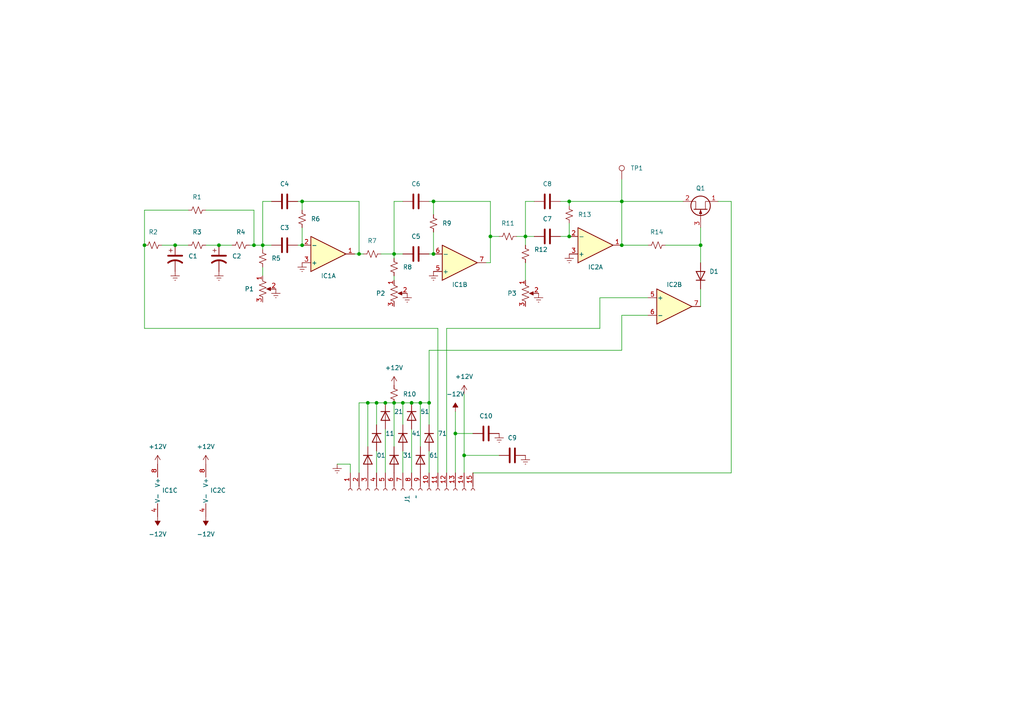
<source format=kicad_sch>
(kicad_sch (version 20230121) (generator eeschema)
  (paper "A4")
  (lib_symbols
    (symbol "Amplifier_Operational:LM358" (pin_names (offset 0.127))
      (property "Reference" "U" (at 0 5.08 0))
      (property "Value" "LM358" (at 0 -5.08 0))
      (symbol "LM358_1_1"
        (polyline (pts (xy -5.08 5.08) (xy 5.08 0) (xy -5.08 -5.08) (xy -5.08 5.08)) (stroke (width 0.254)) (fill (type background)))
        (pin output line (at 7.62 0 180) (length 2.54) (name "~") (number "1"))
        (pin input line (at -7.62 -2.54 0) (length 2.54) (name "-") (number "2"))
        (pin input line (at -7.62 2.54 0) (length 2.54) (name "+") (number "3"))
      )
      (symbol "LM358_2_1"
        (polyline (pts (xy -5.08 5.08) (xy 5.08 0) (xy -5.08 -5.08) (xy -5.08 5.08)) (stroke (width 0.254)) (fill (type background)))
        (pin input line (at -7.62 2.54 0) (length 2.54) (name "+") (number "5"))
        (pin input line (at -7.62 -2.54 0) (length 2.54) (name "-") (number "6"))
        (pin output line (at 7.62 0 180) (length 2.54) (name "~") (number "7"))
      )
      (symbol "LM358_3_1"
        (pin power_in line (at -2.54 -7.62 90) (length 3.81) (name "V-") (number "4"))
        (pin power_in line (at -2.54 7.62 270) (length 3.81) (name "V+") (number "8"))
      )
    )
    (symbol "BF545A_1" (pin_names hide)
      (property "Reference" "Q1" (at 6.35 0 90))
      (symbol "BF545A_1_0_1"
        (polyline (pts (xy 0.254 0) (xy -2.54 0)))
        (polyline (pts (xy 0.254 1.905) (xy 0.254 -1.905)) (stroke (width 0.254)))
        (polyline (pts (xy 2.54 -2.54) (xy 2.54 -1.397) (xy 0.254 -1.397)))
        (polyline (pts (xy 2.54 2.54) (xy 2.54 1.397) (xy 0.254 1.397)))
        (polyline (pts (xy 0 0) (xy -1.016 0.381) (xy -1.016 -0.381) (xy 0 0)) (fill (type outline)))
        (circle (center 1.27 0) (radius 2.8194) (stroke (width 0.254)))
      )
      (symbol "BF545A_1_1_1"
        (pin passive line (at 2.54 -5.08 90) (length 2.54) (name "S") (number "1"))
        (pin passive line (at 2.54 5.08 270) (length 2.54) (name "D") (number "2"))
        (pin input line (at -5.08 0 0) (length 2.54) (name "G") (number "3"))
      )
    )
    (symbol "Connector:Conn_01x15_Socket" (pin_names (offset 1.016) hide)
      (property "Reference" "J" (at 0 20.32 0))
      (property "Value" "Conn_01x15_Socket" (at 0 -20.32 0))
      (symbol "Conn_01x15_Socket_1_1"
        (arc (start 0 -17.272) (mid -0.5058 -17.78) (end 0 -18.288) (stroke (width 0.1524)))
        (arc (start 0 -14.732) (mid -0.5058 -15.24) (end 0 -15.748) (stroke (width 0.1524)))
        (arc (start 0 -12.192) (mid -0.5058 -12.7) (end 0 -13.208) (stroke (width 0.1524)))
        (arc (start 0 -9.652) (mid -0.5058 -10.16) (end 0 -10.668) (stroke (width 0.1524)))
        (arc (start 0 -7.112) (mid -0.5058 -7.62) (end 0 -8.128) (stroke (width 0.1524)))
        (arc (start 0 -4.572) (mid -0.5058 -5.08) (end 0 -5.588) (stroke (width 0.1524)))
        (arc (start 0 -2.032) (mid -0.5058 -2.54) (end 0 -3.048) (stroke (width 0.1524)))
        (polyline (pts (xy -1.27 -17.78) (xy -0.508 -17.78)) (stroke (width 0.1524)))
        (polyline (pts (xy -1.27 -15.24) (xy -0.508 -15.24)) (stroke (width 0.1524)))
        (polyline (pts (xy -1.27 -12.7) (xy -0.508 -12.7)) (stroke (width 0.1524)))
        (polyline (pts (xy -1.27 -10.16) (xy -0.508 -10.16)) (stroke (width 0.1524)))
        (polyline (pts (xy -1.27 -7.62) (xy -0.508 -7.62)) (stroke (width 0.1524)))
        (polyline (pts (xy -1.27 -5.08) (xy -0.508 -5.08)) (stroke (width 0.1524)))
        (polyline (pts (xy -1.27 -2.54) (xy -0.508 -2.54)) (stroke (width 0.1524)))
        (polyline (pts (xy -1.27 0) (xy -0.508 0)) (stroke (width 0.1524)))
        (polyline (pts (xy -1.27 2.54) (xy -0.508 2.54)) (stroke (width 0.1524)))
        (polyline (pts (xy -1.27 5.08) (xy -0.508 5.08)) (stroke (width 0.1524)))
        (polyline (pts (xy -1.27 7.62) (xy -0.508 7.62)) (stroke (width 0.1524)))
        (polyline (pts (xy -1.27 10.16) (xy -0.508 10.16)) (stroke (width 0.1524)))
        (polyline (pts (xy -1.27 12.7) (xy -0.508 12.7)) (stroke (width 0.1524)))
        (polyline (pts (xy -1.27 15.24) (xy -0.508 15.24)) (stroke (width 0.1524)))
        (polyline (pts (xy -1.27 17.78) (xy -0.508 17.78)) (stroke (width 0.1524)))
        (arc (start 0 0.508) (mid -0.5058 0) (end 0 -0.508) (stroke (width 0.1524)))
        (arc (start 0 3.048) (mid -0.5058 2.54) (end 0 2.032) (stroke (width 0.1524)))
        (arc (start 0 5.588) (mid -0.5058 5.08) (end 0 4.572) (stroke (width 0.1524)))
        (arc (start 0 8.128) (mid -0.5058 7.62) (end 0 7.112) (stroke (width 0.1524)))
        (arc (start 0 10.668) (mid -0.5058 10.16) (end 0 9.652) (stroke (width 0.1524)))
        (arc (start 0 13.208) (mid -0.5058 12.7) (end 0 12.192) (stroke (width 0.1524)))
        (arc (start 0 15.748) (mid -0.5058 15.24) (end 0 14.732) (stroke (width 0.1524)))
        (arc (start 0 18.288) (mid -0.5058 17.78) (end 0 17.272) (stroke (width 0.1524)))
        (pin passive line (at -5.08 17.78 0) (length 3.81) (name "Pin_1") (number "1"))
        (pin passive line (at -5.08 -5.08 0) (length 3.81) (name "Pin_10") (number "10"))
        (pin passive line (at -5.08 -7.62 0) (length 3.81) (name "Pin_11") (number "11"))
        (pin passive line (at -5.08 -10.16 0) (length 3.81) (name "Pin_12") (number "12"))
        (pin passive line (at -5.08 -12.7 0) (length 3.81) (name "Pin_13") (number "13"))
        (pin passive line (at -5.08 -15.24 0) (length 3.81) (name "Pin_14") (number "14"))
        (pin passive line (at -5.08 -17.78 0) (length 3.81) (name "Pin_15") (number "15"))
        (pin passive line (at -5.08 15.24 0) (length 3.81) (name "Pin_2") (number "2"))
        (pin passive line (at -5.08 12.7 0) (length 3.81) (name "Pin_3") (number "3"))
        (pin passive line (at -5.08 10.16 0) (length 3.81) (name "Pin_4") (number "4"))
        (pin passive line (at -5.08 7.62 0) (length 3.81) (name "Pin_5") (number "5"))
        (pin passive line (at -5.08 5.08 0) (length 3.81) (name "Pin_6") (number "6"))
        (pin passive line (at -5.08 2.54 0) (length 3.81) (name "Pin_7") (number "7"))
        (pin passive line (at -5.08 0 0) (length 3.81) (name "Pin_8") (number "8"))
        (pin passive line (at -5.08 -2.54 0) (length 3.81) (name "Pin_9") (number "9"))
      )
    )
    (symbol "Connector:TestPoint" (pin_numbers hide) (pin_names (offset 0.762) hide)
      (property "Reference" "TP" (at 0 6.858 0))
      (property "Value" "TestPoint" (at 0 5.08 0))
      (symbol "TestPoint_0_1"
        (circle (center 0 3.302) (radius 0.762))
      )
      (symbol "TestPoint_1_1"
        (pin passive line (at 0 0 90) (length 2.54) (name "1") (number "1"))
      )
    )
    (symbol "Device:C" (pin_numbers hide) (pin_names (offset 0.254))
      (property "Reference" "C" (at 0.635 2.54 0))
      (property "Value" "C" (at 0.635 -2.54 0))
      (symbol "C_0_1"
        (polyline (pts (xy -2.032 -0.762) (xy 2.032 -0.762)) (stroke (width 0.508)))
        (polyline (pts (xy -2.032 0.762) (xy 2.032 0.762)) (stroke (width 0.508)))
      )
      (symbol "C_1_1"
        (pin passive line (at 0 3.81 270) (length 2.794) (name "~") (number "1"))
        (pin passive line (at 0 -3.81 90) (length 2.794) (name "~") (number "2"))
      )
    )
    (symbol "Device:C_Polarized_US" (pin_numbers hide) (pin_names (offset 0.254) hide)
      (property "Reference" "C" (at 0.635 2.54 0))
      (property "Value" "C_Polarized_US" (at 0.635 -2.54 0))
      (symbol "C_Polarized_US_0_1"
        (polyline (pts (xy -2.032 0.762) (xy 2.032 0.762)) (stroke (width 0.508)))
        (polyline (pts (xy -1.778 2.286) (xy -0.762 2.286)))
        (polyline (pts (xy -1.27 1.778) (xy -1.27 2.794)))
        (arc (start 2.032 -1.27) (mid 0 -0.5572) (end -2.032 -1.27) (stroke (width 0.508)))
      )
      (symbol "C_Polarized_US_1_1"
        (pin passive line (at 0 3.81 270) (length 2.794) (name "~") (number "1"))
        (pin passive line (at 0 -3.81 90) (length 3.302) (name "~") (number "2"))
      )
    )
    (symbol "Device:R_Potentiometer_US" (pin_names (offset 1.016) hide)
      (property "Reference" "RV" (at -4.445 0 90))
      (property "Value" "R_Potentiometer_US" (at -2.54 0 90))
      (symbol "R_Potentiometer_US_0_1"
        (polyline (pts (xy 0 -2.286) (xy 0 -2.54)))
        (polyline (pts (xy 0 2.54) (xy 0 2.286)))
        (polyline (pts (xy 2.54 0) (xy 1.524 0)))
        (polyline (pts (xy 1.143 0) (xy 2.286 0.508) (xy 2.286 -0.508) (xy 1.143 0)) (fill (type outline)))
        (polyline (pts (xy 0 -0.762) (xy 1.016 -1.143) (xy 0 -1.524) (xy -1.016 -1.905) (xy 0 -2.286)))
        (polyline (pts (xy 0 0.762) (xy 1.016 0.381) (xy 0 0) (xy -1.016 -0.381) (xy 0 -0.762)))
        (polyline (pts (xy 0 2.286) (xy 1.016 1.905) (xy 0 1.524) (xy -1.016 1.143) (xy 0 0.762)))
      )
      (symbol "R_Potentiometer_US_1_1"
        (pin passive line (at 0 3.81 270) (length 1.27) (name "1") (number "1"))
        (pin passive line (at 3.81 0 180) (length 1.27) (name "2") (number "2"))
        (pin passive line (at 0 -3.81 90) (length 1.27) (name "3") (number "3"))
      )
    )
    (symbol "Device:R_Small_US" (pin_numbers hide) (pin_names (offset 0.254) hide)
      (property "Reference" "R" (at 0.762 0.508 0))
      (property "Value" "R_Small_US" (at 0.762 -1.016 0))
      (symbol "R_Small_US_1_1"
        (polyline (pts (xy 0 0) (xy 1.016 -0.381) (xy 0 -0.762) (xy -1.016 -1.143) (xy 0 -1.524)))
        (polyline (pts (xy 0 1.524) (xy 1.016 1.143) (xy 0 0.762) (xy -1.016 0.381) (xy 0 0)))
        (pin passive line (at 0 2.54 270) (length 1.016) (name "~") (number "1"))
        (pin passive line (at 0 -2.54 90) (length 1.016) (name "~") (number "2"))
      )
    )
    (symbol "Diode:1N4148" (pin_numbers hide) (pin_names hide)
      (property "Reference" "D" (at 0 2.54 0))
      (property "Value" "1N4148" (at 0 -2.54 0))
      (symbol "1N4148_0_1"
        (polyline (pts (xy -1.27 1.27) (xy -1.27 -1.27)) (stroke (width 0.254)))
        (polyline (pts (xy 1.27 0) (xy -1.27 0)))
        (polyline (pts (xy 1.27 1.27) (xy 1.27 -1.27) (xy -1.27 0) (xy 1.27 1.27)) (stroke (width 0.254)))
      )
      (symbol "1N4148_1_1"
        (pin passive line (at -3.81 0 0) (length 2.54) (name "K") (number "1"))
        (pin passive line (at 3.81 0 180) (length 2.54) (name "A") (number "2"))
      )
    )
    (symbol "power:+12V" (power) (pin_names (offset 0))
      (property "Value" "+12V" (at 0 3.556 0))
      (symbol "+12V_0_1"
        (polyline (pts (xy -0.762 1.27) (xy 0 2.54)))
        (polyline (pts (xy 0 0) (xy 0 2.54)))
        (polyline (pts (xy 0 2.54) (xy 0.762 1.27)))
      )
      (symbol "+12V_1_1"
        (pin power_in line (at 0 0 90) (length 0) hide (name "+12V") (number "1"))
      )
    )
    (symbol "power:-12V" (power) (pin_names (offset 0))
      (property "Value" "-12V" (at 0 3.81 0))
      (symbol "-12V_0_0"
        (pin power_in line (at 0 0 90) (length 0) hide (name "-12V") (number "1"))
      )
      (symbol "-12V_0_1"
        (polyline (pts (xy 0 0) (xy 0 1.27) (xy 0.762 1.27) (xy 0 2.54) (xy -0.762 1.27) (xy 0 1.27)) (fill (type outline)))
      )
    )
    (symbol "power:Earth" (power) (pin_names (offset 0))
      (symbol "Earth_0_1"
        (polyline (pts (xy -0.635 -1.905) (xy 0.635 -1.905)))
        (polyline (pts (xy -0.127 -2.54) (xy 0.127 -2.54)))
        (polyline (pts (xy 0 -1.27) (xy 0 0)))
        (polyline (pts (xy 1.27 -1.27) (xy -1.27 -1.27)))
      )
      (symbol "Earth_1_1"
        (pin power_in line (at 0 0 270) (length 0) hide (name "Earth") (number "1"))
      )
    )
  )
  (junction (at 114.3 73.66))
  (junction (at 124.46 116.84))
  (junction (at 203.2 71.12))
  (junction (at 111.76 116.84))
  (junction (at 114.3 116.84))
  (junction (at 87.63 58.42))
  (junction (at 180.34 58.42))
  (junction (at 180.34 71.12))
  (junction (at 121.92 116.84))
  (junction (at 106.68 116.84))
  (junction (at 41.91 71.12))
  (junction (at 116.84 116.84))
  (junction (at 119.38 116.84))
  (junction (at 125.73 73.66))
  (junction (at 87.63 71.12))
  (junction (at 152.4 68.58))
  (junction (at 109.22 116.84))
  (junction (at 132.08 125.73))
  (junction (at 165.1 68.58))
  (junction (at 50.8 71.12))
  (junction (at 76.2 71.12))
  (junction (at 73.66 71.12))
  (junction (at 134.62 132.08))
  (junction (at 125.73 58.42))
  (junction (at 104.14 73.66))
  (junction (at 63.5 71.12))
  (junction (at 165.1 58.42))
  (junction (at 142.24 68.58))
  (wire (pts (xy 208.28 58.42) (xy 212.09 58.42)))
  (wire (pts (xy 162.56 68.58) (xy 165.1 68.58)))
  (wire (pts (xy 165.1 64.77) (xy 165.1 68.58)))
  (wire (pts (xy 121.92 116.84) (xy 121.92 129.54)))
  (wire (pts (xy 101.6 134.62) (xy 101.6 137.16)))
  (wire (pts (xy 111.76 124.46) (xy 111.76 137.16)))
  (wire (pts (xy 114.3 73.66) (xy 116.84 73.66)))
  (wire (pts (xy 121.92 116.84) (xy 124.46 116.84)))
  (wire (pts (xy 104.14 58.42) (xy 104.14 73.66)))
  (wire (pts (xy 132.08 125.73) (xy 137.16 125.73)))
  (wire (pts (xy 76.2 58.42) (xy 78.74 58.42)))
  (wire (pts (xy 203.2 83.82) (xy 203.2 88.9)))
  (wire (pts (xy 109.22 116.84) (xy 111.76 116.84)))
  (wire (pts (xy 41.91 95.25) (xy 41.91 71.12)))
  (wire (pts (xy 72.39 71.12) (xy 73.66 71.12)))
  (wire (pts (xy 73.66 60.96) (xy 73.66 71.12)))
  (wire (pts (xy 187.96 71.12) (xy 180.34 71.12)))
  (wire (pts (xy 132.08 125.73) (xy 132.08 137.16)))
  (wire (pts (xy 124.46 73.66) (xy 125.73 73.66)))
  (wire (pts (xy 180.34 91.44) (xy 180.34 101.6)))
  (wire (pts (xy 187.96 91.44) (xy 180.34 91.44)))
  (wire (pts (xy 125.73 58.42) (xy 142.24 58.42)))
  (wire (pts (xy 87.63 58.42) (xy 104.14 58.42)))
  (wire (pts (xy 109.22 130.81) (xy 109.22 137.16)))
  (wire (pts (xy 162.56 58.42) (xy 165.1 58.42)))
  (wire (pts (xy 152.4 58.42) (xy 152.4 68.58)))
  (wire (pts (xy 59.69 71.12) (xy 63.5 71.12)))
  (wire (pts (xy 173.99 86.36) (xy 173.99 95.25)))
  (wire (pts (xy 203.2 66.04) (xy 203.2 71.12)))
  (wire (pts (xy 127 137.16) (xy 127 95.25)))
  (wire (pts (xy 104.14 116.84) (xy 106.68 116.84)))
  (wire (pts (xy 114.3 116.84) (xy 116.84 116.84)))
  (wire (pts (xy 106.68 116.84) (xy 109.22 116.84)))
  (wire (pts (xy 180.34 52.07) (xy 180.34 58.42)))
  (wire (pts (xy 63.5 71.12) (xy 67.31 71.12)))
  (wire (pts (xy 124.46 101.6) (xy 124.46 116.84)))
  (wire (pts (xy 119.38 116.84) (xy 121.92 116.84)))
  (wire (pts (xy 76.2 72.39) (xy 76.2 71.12)))
  (wire (pts (xy 149.86 68.58) (xy 152.4 68.58)))
  (wire (pts (xy 142.24 68.58) (xy 144.78 68.58)))
  (wire (pts (xy 212.09 58.42) (xy 212.09 137.16)))
  (wire (pts (xy 87.63 66.04) (xy 87.63 71.12)))
  (wire (pts (xy 54.61 60.96) (xy 41.91 60.96)))
  (wire (pts (xy 165.1 59.69) (xy 165.1 58.42)))
  (wire (pts (xy 105.41 73.66) (xy 104.14 73.66)))
  (wire (pts (xy 134.62 132.08) (xy 144.78 132.08)))
  (wire (pts (xy 203.2 71.12) (xy 203.2 76.2)))
  (wire (pts (xy 124.46 130.81) (xy 124.46 137.16)))
  (wire (pts (xy 116.84 130.81) (xy 116.84 137.16)))
  (wire (pts (xy 187.96 86.36) (xy 173.99 86.36)))
  (wire (pts (xy 106.68 116.84) (xy 106.68 129.54)))
  (wire (pts (xy 134.62 132.08) (xy 134.62 137.16)))
  (wire (pts (xy 193.04 71.12) (xy 203.2 71.12)))
  (wire (pts (xy 142.24 68.58) (xy 142.24 76.2)))
  (wire (pts (xy 110.49 73.66) (xy 114.3 73.66)))
  (wire (pts (xy 114.3 74.93) (xy 114.3 73.66)))
  (wire (pts (xy 50.8 71.12) (xy 54.61 71.12)))
  (wire (pts (xy 46.99 71.12) (xy 50.8 71.12)))
  (wire (pts (xy 76.2 71.12) (xy 78.74 71.12)))
  (wire (pts (xy 116.84 116.84) (xy 116.84 123.19)))
  (wire (pts (xy 125.73 67.31) (xy 125.73 73.66)))
  (wire (pts (xy 114.3 58.42) (xy 114.3 73.66)))
  (wire (pts (xy 111.76 116.84) (xy 114.3 116.84)))
  (wire (pts (xy 125.73 58.42) (xy 125.73 62.23)))
  (wire (pts (xy 132.08 119.38) (xy 132.08 125.73)))
  (wire (pts (xy 104.14 137.16) (xy 104.14 116.84)))
  (wire (pts (xy 180.34 58.42) (xy 180.34 71.12)))
  (wire (pts (xy 41.91 60.96) (xy 41.91 71.12)))
  (wire (pts (xy 165.1 58.42) (xy 180.34 58.42)))
  (wire (pts (xy 152.4 76.2) (xy 152.4 81.28)))
  (wire (pts (xy 152.4 58.42) (xy 154.94 58.42)))
  (wire (pts (xy 142.24 76.2) (xy 140.97 76.2)))
  (wire (pts (xy 59.69 60.96) (xy 73.66 60.96)))
  (wire (pts (xy 73.66 71.12) (xy 76.2 71.12)))
  (wire (pts (xy 87.63 58.42) (xy 87.63 60.96)))
  (wire (pts (xy 86.36 58.42) (xy 87.63 58.42)))
  (wire (pts (xy 114.3 129.54) (xy 114.3 116.84)))
  (wire (pts (xy 76.2 58.42) (xy 76.2 71.12)))
  (wire (pts (xy 76.2 77.47) (xy 76.2 80.01)))
  (wire (pts (xy 114.3 58.42) (xy 116.84 58.42)))
  (wire (pts (xy 114.3 80.01) (xy 114.3 81.28)))
  (wire (pts (xy 180.34 101.6) (xy 124.46 101.6)))
  (wire (pts (xy 116.84 116.84) (xy 119.38 116.84)))
  (wire (pts (xy 212.09 137.16) (xy 137.16 137.16)))
  (wire (pts (xy 173.99 95.25) (xy 129.54 95.25)))
  (wire (pts (xy 119.38 124.46) (xy 119.38 137.16)))
  (wire (pts (xy 124.46 58.42) (xy 125.73 58.42)))
  (wire (pts (xy 152.4 71.12) (xy 152.4 68.58)))
  (wire (pts (xy 124.46 116.84) (xy 124.46 123.19)))
  (wire (pts (xy 142.24 58.42) (xy 142.24 68.58)))
  (wire (pts (xy 180.34 58.42) (xy 198.12 58.42)))
  (wire (pts (xy 104.14 73.66) (xy 102.87 73.66)))
  (wire (pts (xy 109.22 116.84) (xy 109.22 123.19)))
  (wire (pts (xy 97.79 134.62) (xy 101.6 134.62)))
  (wire (pts (xy 86.36 71.12) (xy 87.63 71.12)))
  (wire (pts (xy 41.91 95.25) (xy 127 95.25)))
  (wire (pts (xy 129.54 95.25) (xy 129.54 137.16)))
  (wire (pts (xy 152.4 68.58) (xy 154.94 68.58)))
  (wire (pts (xy 134.62 114.3) (xy 134.62 132.08)))
  (symbol (lib_id "power:-12V") (at 45.72 149.86 0) (mirror x) (unit 1)
    (property "Reference" "#PWR012" (effects hide))
    (property "Value" "-12V" (at 45.72 154.94 0))
  )
  (symbol (lib_id "Connector:TestPoint") (at 180.34 52.07 0) (unit 1)
    (property "Reference" "TP1" (at 182.88 48.768 0) (effects (justify left)))
    (property "Value" "TestPoint" (effects hide))
    (property "Footprint" "TestPoint:TestPoint_Plated_Hole_D2.0mm" (effects hide))
  )
  (symbol (lib_id "Diode:1N4148") (at 119.38 120.65 270) (unit 1)
    (property "Reference" "51" (at 121.92 119.38 90) (effects (justify left)))
    (property "Value" "1N4148" (effects hide))
    (property "Footprint" "Diode_THT:D_DO-35_SOD27_P7.62mm_Horizontal" (effects hide))
    (property "Datasheet" "https://assets.nexperia.com/documents/data-sheet/1N4148_1N4448.pdf" (effects hide))
    (property "Sim.Device" "D" (effects hide))
    (property "Sim.Pins" "1=K 2=A" (effects hide))
  )
  (symbol (lib_id "Device:C") (at 82.55 71.12 90) (unit 1)
    (property "Reference" "C3" (at 82.55 66.04 90))
    (property "Value" "C" (effects hide))
    (property "Footprint" "Capacitor_THT:C_Disc_D4.3mm_W1.9mm_P5.00mm" (effects hide))
  )
  (symbol (lib_id "Diode:1N4148") (at 121.92 133.35 270) (unit 1)
    (property "Reference" "61" (at 124.46 132.08 90) (effects (justify left)))
    (property "Value" "1N4148" (effects hide))
    (property "Footprint" "Diode_THT:D_DO-35_SOD27_P7.62mm_Horizontal" (effects hide))
    (property "Datasheet" "https://assets.nexperia.com/documents/data-sheet/1N4148_1N4448.pdf" (effects hide))
    (property "Sim.Device" "D" (effects hide))
    (property "Sim.Pins" "1=K 2=A" (effects hide))
  )
  (symbol (lib_id "Device:R_Small_US") (at 165.1 62.23 0) (unit 1)
    (property "Reference" "R13" (at 167.64 62.23 0) (effects (justify left)))
    (property "Value" "R_Small_US" (effects hide))
    (property "Footprint" "Resistor_THT:R_Axial_DIN0207_L6.3mm_D2.5mm_P7.62mm_Horizontal" (effects hide))
  )
  (symbol (lib_id "power:Earth") (at 118.11 85.09 0) (unit 1)
    (property "Reference" "#PWR07" (effects hide))
    (property "Value" "Earth" (effects hide))
  )
  (symbol (lib_id "Amplifier_Operational:LM358") (at 133.35 76.2 0) (mirror x) (unit 2)
    (property "Reference" "IC1" (at 133.35 82.55 0))
    (property "Value" "LM358" (effects hide))
    (property "Footprint" "Package_DIP:DIP-8_W7.62mm" (effects hide))
    (property "Datasheet" "http://www.ti.com/lit/ds/symlink/lm2904-n.pdf" (effects hide))
  )
  (symbol (lib_id "Device:R_Small_US") (at 190.5 71.12 90) (unit 1)
    (property "Reference" "R14" (at 190.5 67.31 90))
    (property "Value" "R_Small_US" (effects hide))
    (property "Footprint" "Resistor_THT:R_Axial_DIN0207_L6.3mm_D2.5mm_P7.62mm_Horizontal" (effects hide))
  )
  (symbol (lib_id "power:Earth") (at 125.73 78.74 0) (unit 1)
    (property "Reference" "#PWR04" (effects hide))
    (property "Value" "Earth" (effects hide))
  )
  (symbol (lib_id "Amplifier_Operational:LM358") (at 195.58 88.9 0) (unit 2)
    (property "Reference" "IC2" (at 195.58 82.55 0))
    (property "Value" "LM358" (effects hide))
    (property "Footprint" "Package_DIP:DIP-8_W7.62mm" (effects hide))
    (property "Datasheet" "http://www.ti.com/lit/ds/symlink/lm2904-n.pdf" (effects hide))
  )
  (symbol (lib_id "power:+12V") (at 134.62 114.3 0) (unit 1)
    (property "Reference" "#PWR09" (effects hide))
    (property "Value" "+12V" (at 134.62 109.22 0))
  )
  (symbol (lib_id "Connector:Conn_01x15_Socket") (at 119.38 142.24 90) (mirror x) (unit 1)
    (property "Reference" "J1" (at 118.11 143.51 0) (effects (justify left)))
    (property "Value" "~" (at 120.65 143.51 0) (effects (justify left)))
    (property "Footprint" "Connector_PinSocket_2.54mm:PinSocket_1x15_P2.54mm_Vertical" (effects hide))
  )
  (symbol (lib_id "power:-12V") (at 132.08 119.38 0) (unit 1)
    (property "Reference" "#PWR021" (effects hide))
    (property "Value" "-12V" (at 132.08 114.3 0))
  )
  (symbol (lib_id "power:+12V") (at 114.3 111.76 0) (unit 1)
    (property "Reference" "#PWR019" (effects hide))
    (property "Value" "+12V" (at 114.3 106.68 0))
  )
  (symbol (lib_id "Device:R_Small_US") (at 107.95 73.66 90) (unit 1)
    (property "Reference" "R7" (at 107.95 69.85 90))
    (property "Value" "R_Small_US" (effects hide))
    (property "Footprint" "Resistor_THT:R_Axial_DIN0207_L6.3mm_D2.5mm_P7.62mm_Horizontal" (effects hide))
  )
  (symbol (lib_id "Device:R_Small_US") (at 69.85 71.12 90) (unit 1)
    (property "Reference" "R4" (at 69.85 67.31 90))
    (property "Value" "R_Small_US" (effects hide))
    (property "Footprint" "Resistor_THT:R_Axial_DIN0207_L6.3mm_D2.5mm_P7.62mm_Horizontal" (effects hide))
  )
  (symbol (lib_id "Device:R_Potentiometer_US") (at 114.3 85.09 0) (unit 1)
    (property "Reference" "P2" (at 111.76 85.09 0) (effects (justify right)))
    (property "Value" "R_Potentiometer_US" (effects hide))
    (property "Footprint" "Potentiometer_THT:Potentiometer_Vishay_T73XW_Horizontal" (effects hide))
  )
  (symbol (lib_id "power:Earth") (at 156.21 85.09 0) (unit 1)
    (property "Reference" "#PWR08" (effects hide))
    (property "Value" "Earth" (effects hide))
  )
  (symbol (lib_id "Device:R_Small_US") (at 114.3 77.47 0) (unit 1)
    (property "Reference" "R8" (at 116.84 77.47 0) (effects (justify left)))
    (property "Value" "R_Small_US" (effects hide))
    (property "Footprint" "Resistor_THT:R_Axial_DIN0207_L6.3mm_D2.5mm_P7.62mm_Horizontal" (effects hide))
  )
  (symbol (lib_id "Diode:1N4148") (at 109.22 127 270) (unit 1)
    (property "Reference" "11" (at 111.76 125.73 90) (effects (justify left)))
    (property "Value" "1N4148" (effects hide))
    (property "Footprint" "Diode_THT:D_DO-35_SOD27_P7.62mm_Horizontal" (effects hide))
    (property "Datasheet" "https://assets.nexperia.com/documents/data-sheet/1N4148_1N4448.pdf" (effects hide))
    (property "Sim.Device" "D" (effects hide))
    (property "Sim.Pins" "1=K 2=A" (effects hide))
  )
  (symbol (lib_id "power:Earth") (at 80.01 83.82 0) (unit 1)
    (property "Reference" "#PWR06" (effects hide))
    (property "Value" "Earth" (effects hide))
  )
  (symbol (lib_id "Device:C") (at 158.75 58.42 90) (unit 1)
    (property "Reference" "C8" (at 158.75 53.34 90))
    (property "Value" "C" (effects hide))
    (property "Footprint" "Capacitor_THT:C_Disc_D4.3mm_W1.9mm_P5.00mm" (effects hide))
  )
  (symbol (lib_id "Device:R_Small_US") (at 147.32 68.58 90) (unit 1)
    (property "Reference" "R11" (at 147.32 64.77 90))
    (property "Value" "R_Small_US" (effects hide))
    (property "Footprint" "Resistor_THT:R_Axial_DIN0207_L6.3mm_D2.5mm_P7.62mm_Horizontal" (effects hide))
  )
  (symbol (lib_id "Amplifier_Operational:LM358") (at 172.72 71.12 0) (mirror x) (unit 1)
    (property "Reference" "IC2" (at 172.72 77.47 0))
    (property "Value" "LM358" (effects hide))
    (property "Footprint" "Package_DIP:DIP-8_W7.62mm" (effects hide))
    (property "Datasheet" "http://www.ti.com/lit/ds/symlink/lm2904-n.pdf" (effects hide))
  )
  (symbol (lib_id "Device:R_Small_US") (at 57.15 71.12 90) (unit 1)
    (property "Reference" "R3" (at 57.15 67.31 90))
    (property "Value" "R_Small_US" (effects hide))
    (property "Footprint" "Resistor_THT:R_Axial_DIN0207_L6.3mm_D2.5mm_P7.62mm_Horizontal" (effects hide))
  )
  (symbol (lib_id "power:Earth") (at 63.5 78.74 0) (unit 1)
    (property "Reference" "#PWR02" (effects hide))
    (property "Value" "Earth" (effects hide))
  )
  (symbol (lib_id "power:-12V") (at 59.69 149.86 0) (mirror x) (unit 1)
    (property "Reference" "#PWR017" (effects hide))
    (property "Value" "-12V" (at 59.69 154.94 0))
  )
  (symbol (lib_id "power:Earth") (at 50.8 78.74 0) (unit 1)
    (property "Reference" "#PWR01" (effects hide))
    (property "Value" "Earth" (effects hide))
  )
  (symbol (lib_id "power:+12V") (at 45.72 134.62 0) (unit 1)
    (property "Reference" "#PWR014" (effects hide))
    (property "Value" "+12V" (at 45.72 129.54 0))
  )
  (symbol (lib_name "BF545A_1") (lib_id "Transistor_FET:BF545A") (at 203.2 60.96 90) (unit 1)
    (property "Reference" "Q1" (at 203.2 54.61 90))
    (property "Value" "MMBFJ111" (effects hide))
    (property "Footprint" "Package_TO_SOT_THT:TO-92" (effects hide))
    (property "Datasheet" "https://www.nxp.com/docs/en/data-sheet/BF545A_BF545B_BF545C.pdf" (effects hide))
  )
  (symbol (lib_id "Device:R_Small_US") (at 114.3 114.3 0) (unit 1)
    (property "Reference" "R10" (at 116.84 114.3 0) (effects (justify left)))
    (property "Value" "R_Small_US" (effects hide))
    (property "Footprint" "Resistor_THT:R_Axial_DIN0207_L6.3mm_D2.5mm_P7.62mm_Horizontal" (effects hide))
  )
  (symbol (lib_id "power:Earth") (at 97.79 134.62 0) (unit 1)
    (property "Reference" "#PWR020" (effects hide))
    (property "Value" "Earth" (effects hide))
  )
  (symbol (lib_id "Device:C") (at 120.65 58.42 90) (unit 1)
    (property "Reference" "C6" (at 120.65 53.34 90))
    (property "Value" "C" (effects hide))
    (property "Footprint" "Capacitor_THT:C_Disc_D4.3mm_W1.9mm_P5.00mm" (effects hide))
  )
  (symbol (lib_id "power:Earth") (at 152.4 132.08 0) (unit 1)
    (property "Reference" "#PWR010" (effects hide))
    (property "Value" "Earth" (effects hide))
  )
  (symbol (lib_id "Device:C") (at 120.65 73.66 90) (unit 1)
    (property "Reference" "C5" (at 120.65 68.58 90))
    (property "Value" "C" (effects hide))
    (property "Footprint" "Capacitor_THT:C_Disc_D4.3mm_W1.9mm_P5.00mm" (effects hide))
  )
  (symbol (lib_id "Device:C_Polarized_US") (at 63.5 74.93 0) (unit 1)
    (property "Reference" "C2" (at 67.31 74.295 0) (effects (justify left)))
    (property "Value" "C_Polarized_US" (effects hide))
    (property "Footprint" "Capacitor_THT:C_Disc_D4.3mm_W1.9mm_P5.00mm" (effects hide))
  )
  (symbol (lib_id "Diode:1N4148") (at 124.46 127 270) (unit 1)
    (property "Reference" "71" (at 127 125.73 90) (effects (justify left)))
    (property "Value" "1N4148" (effects hide))
    (property "Footprint" "Diode_THT:D_DO-35_SOD27_P7.62mm_Horizontal" (effects hide))
    (property "Datasheet" "https://assets.nexperia.com/documents/data-sheet/1N4148_1N4448.pdf" (effects hide))
    (property "Sim.Device" "D" (effects hide))
    (property "Sim.Pins" "1=K 2=A" (effects hide))
  )
  (symbol (lib_id "Device:R_Potentiometer_US") (at 152.4 85.09 0) (unit 1)
    (property "Reference" "P3" (at 149.86 85.09 0) (effects (justify right)))
    (property "Value" "R_Potentiometer_US" (effects hide))
    (property "Footprint" "Potentiometer_THT:Potentiometer_Vishay_T73XW_Horizontal" (effects hide))
  )
  (symbol (lib_id "Device:R_Small_US") (at 125.73 64.77 0) (unit 1)
    (property "Reference" "R9" (at 128.27 64.77 0) (effects (justify left)))
    (property "Value" "R_Small_US" (effects hide))
    (property "Footprint" "Resistor_THT:R_Axial_DIN0207_L6.3mm_D2.5mm_P7.62mm_Horizontal" (effects hide))
  )
  (symbol (lib_id "Device:R_Potentiometer_US") (at 76.2 83.82 0) (unit 1)
    (property "Reference" "P1" (at 73.66 83.82 0) (effects (justify right)))
    (property "Value" "R_Potentiometer_US" (effects hide))
    (property "Footprint" "Potentiometer_THT:Potentiometer_Vishay_T73XW_Horizontal" (effects hide))
  )
  (symbol (lib_id "power:Earth") (at 87.63 76.2 0) (unit 1)
    (property "Reference" "#PWR03" (effects hide))
    (property "Value" "Earth" (effects hide))
  )
  (symbol (lib_id "Device:R_Small_US") (at 76.2 74.93 0) (unit 1)
    (property "Reference" "R5" (at 78.74 74.93 0) (effects (justify left)))
    (property "Value" "R_Small_US" (effects hide))
    (property "Footprint" "Resistor_THT:R_Axial_DIN0207_L6.3mm_D2.5mm_P10.16mm_Horizontal" (effects hide))
  )
  (symbol (lib_id "Diode:1N4148") (at 114.3 133.35 270) (unit 1)
    (property "Reference" "31" (at 116.84 132.08 90) (effects (justify left)))
    (property "Value" "1N4148" (effects hide))
    (property "Footprint" "Diode_THT:D_DO-35_SOD27_P7.62mm_Horizontal" (effects hide))
    (property "Datasheet" "https://assets.nexperia.com/documents/data-sheet/1N4148_1N4448.pdf" (effects hide))
    (property "Sim.Device" "D" (effects hide))
    (property "Sim.Pins" "1=K 2=A" (effects hide))
  )
  (symbol (lib_id "Amplifier_Operational:LM358") (at 95.25 73.66 0) (mirror x) (unit 1)
    (property "Reference" "IC1" (at 95.25 80.01 0))
    (property "Value" "LM358" (effects hide))
    (property "Footprint" "Package_DIP:DIP-8_W7.62mm" (effects hide))
    (property "Datasheet" "http://www.ti.com/lit/ds/symlink/lm2904-n.pdf" (effects hide))
  )
  (symbol (lib_id "Device:C") (at 148.59 132.08 90) (unit 1)
    (property "Reference" "C9" (at 148.59 127 90))
    (property "Value" "C" (effects hide))
    (property "Footprint" "Capacitor_THT:C_Disc_D8.0mm_W2.5mm_P5.00mm" (effects hide))
  )
  (symbol (lib_id "Device:C") (at 82.55 58.42 90) (unit 1)
    (property "Reference" "C4" (at 82.55 53.34 90))
    (property "Value" "C" (effects hide))
    (property "Footprint" "Capacitor_THT:C_Disc_D4.3mm_W1.9mm_P5.00mm" (effects hide))
  )
  (symbol (lib_id "Device:C") (at 140.97 125.73 270) (mirror x) (unit 1)
    (property "Reference" "C10" (at 140.97 120.65 90))
    (property "Value" "C" (effects hide))
    (property "Footprint" "Capacitor_THT:C_Disc_D8.0mm_W2.5mm_P5.00mm" (effects hide))
  )
  (symbol (lib_id "power:+12V") (at 59.69 134.62 0) (unit 1)
    (property "Reference" "#PWR015" (effects hide))
    (property "Value" "+12V" (at 59.69 129.54 0))
  )
  (symbol (lib_id "Amplifier_Operational:LM358") (at 48.26 142.24 0) (unit 3)
    (property "Reference" "IC1" (at 46.99 142.24 0) (effects (justify left)))
    (property "Value" "LM358" (effects hide))
    (property "Footprint" "Package_DIP:DIP-8_W7.62mm" (effects hide))
    (property "Datasheet" "http://www.ti.com/lit/ds/symlink/lm2904-n.pdf" (effects hide))
  )
  (symbol (lib_id "Device:C_Polarized_US") (at 50.8 74.93 0) (unit 1)
    (property "Reference" "C1" (at 54.61 74.295 0) (effects (justify left)))
    (property "Value" "C_Polarized_US" (effects hide))
    (property "Footprint" "Capacitor_THT:C_Disc_D4.3mm_W1.9mm_P5.00mm" (effects hide))
  )
  (symbol (lib_id "Amplifier_Operational:LM358") (at 62.23 142.24 0) (unit 3)
    (property "Reference" "IC2" (at 60.96 142.24 0) (effects (justify left)))
    (property "Value" "LM358" (effects hide))
    (property "Footprint" "Package_DIP:DIP-8_W7.62mm" (effects hide))
    (property "Datasheet" "http://www.ti.com/lit/ds/symlink/lm2904-n.pdf" (effects hide))
  )
  (symbol (lib_id "power:Earth") (at 165.1 73.66 0) (unit 1)
    (property "Reference" "#PWR05" (effects hide))
    (property "Value" "Earth" (effects hide))
  )
  (symbol (lib_id "Diode:1N4148") (at 116.84 127 270) (unit 1)
    (property "Reference" "41" (at 119.38 125.73 90) (effects (justify left)))
    (property "Value" "1N4148" (effects hide))
    (property "Footprint" "Diode_THT:D_DO-35_SOD27_P7.62mm_Horizontal" (effects hide))
    (property "Datasheet" "https://assets.nexperia.com/documents/data-sheet/1N4148_1N4448.pdf" (effects hide))
    (property "Sim.Device" "D" (effects hide))
    (property "Sim.Pins" "1=K 2=A" (effects hide))
  )
  (symbol (lib_id "Diode:1N4148") (at 106.68 133.35 270) (unit 1)
    (property "Reference" "01" (at 109.22 132.08 90) (effects (justify left)))
    (property "Value" "1N4148" (effects hide))
    (property "Footprint" "Diode_THT:D_DO-35_SOD27_P7.62mm_Horizontal" (effects hide))
    (property "Datasheet" "https://assets.nexperia.com/documents/data-sheet/1N4148_1N4448.pdf" (effects hide))
    (property "Sim.Device" "D" (effects hide))
    (property "Sim.Pins" "1=K 2=A" (effects hide))
  )
  (symbol (lib_id "Device:R_Small_US") (at 152.4 73.66 0) (unit 1)
    (property "Reference" "R12" (at 154.94 72.39 0) (effects (justify left)))
    (property "Value" "R_Small_US" (effects hide))
    (property "Footprint" "Resistor_THT:R_Axial_DIN0207_L6.3mm_D2.5mm_P7.62mm_Horizontal" (effects hide))
  )
  (symbol (lib_id "power:Earth") (at 144.78 125.73 0) (unit 1)
    (property "Reference" "#PWR022" (effects hide))
    (property "Value" "Earth" (effects hide))
  )
  (symbol (lib_id "Device:C") (at 158.75 68.58 90) (unit 1)
    (property "Reference" "C7" (at 158.75 63.5 90))
    (property "Value" "C" (effects hide))
    (property "Footprint" "Capacitor_THT:C_Disc_D4.3mm_W1.9mm_P5.00mm" (effects hide))
  )
  (symbol (lib_id "Device:R_Small_US") (at 87.63 63.5 0) (unit 1)
    (property "Reference" "R6" (at 90.17 63.5 0) (effects (justify left)))
    (property "Value" "R_Small_US" (effects hide))
    (property "Footprint" "Resistor_THT:R_Axial_DIN0207_L6.3mm_D2.5mm_P7.62mm_Horizontal" (effects hide))
  )
  (symbol (lib_id "Device:R_Small_US") (at 57.15 60.96 90) (unit 1)
    (property "Reference" "R1" (at 57.15 57.15 90))
    (property "Value" "R_Small_US" (effects hide))
    (property "Footprint" "Resistor_THT:R_Axial_DIN0207_L6.3mm_D2.5mm_P7.62mm_Horizontal" (effects hide))
  )
  (symbol (lib_id "Device:R_Small_US") (at 44.45 71.12 90) (unit 1)
    (property "Reference" "R2" (at 44.45 67.31 90))
    (property "Value" "R_Small_US" (effects hide))
    (property "Footprint" "Resistor_THT:R_Axial_DIN0207_L6.3mm_D2.5mm_P7.62mm_Horizontal" (effects hide))
  )
  (symbol (lib_id "Diode:1N4148") (at 203.2 80.01 90) (unit 1)
    (property "Reference" "D1" (at 205.74 78.74 90) (effects (justify right)))
    (property "Value" "1N4148" (effects hide))
    (property "Footprint" "Diode_THT:D_DO-35_SOD27_P7.62mm_Horizontal" (effects hide))
    (property "Datasheet" "https://assets.nexperia.com/documents/data-sheet/1N4148_1N4448.pdf" (effects hide))
    (property "Sim.Device" "D" (effects hide))
    (property "Sim.Pins" "1=K 2=A" (effects hide))
  )
  (symbol (lib_id "Diode:1N4148") (at 111.76 120.65 270) (unit 1)
    (property "Reference" "21" (at 114.3 119.38 90) (effects (justify left)))
    (property "Value" "1N4148" (effects hide))
    (property "Footprint" "Diode_THT:D_DO-35_SOD27_P7.62mm_Horizontal" (effects hide))
    (property "Datasheet" "https://assets.nexperia.com/documents/data-sheet/1N4148_1N4448.pdf" (effects hide))
    (property "Sim.Device" "D" (effects hide))
    (property "Sim.Pins" "1=K 2=A" (effects hide))
  )
)
</source>
